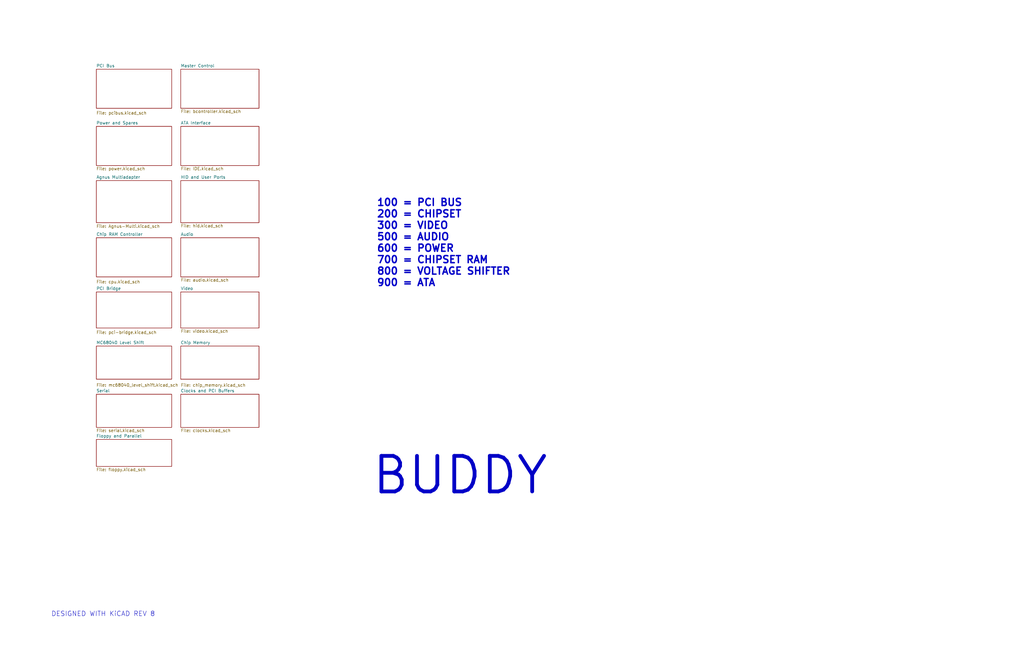
<source format=kicad_sch>
(kicad_sch
	(version 20231120)
	(generator "eeschema")
	(generator_version "8.0")
	(uuid "72453515-27fe-4336-91f3-e3c8054f7767")
	(paper "USLedger")
	(title_block
		(title "AMIGA PCI")
		(date "2025-07-11")
		(rev "6.0")
	)
	(lib_symbols)
	(text "100 = PCI BUS\n200 = CHIPSET\n300 = VIDEO\n500 = AUDIO\n600 = POWER\n700 = CHIPSET RAM\n800 = VOLTAGE SHIFTER\n900 = ATA"
		(exclude_from_sim no)
		(at 158.75 121.158 0)
		(effects
			(font
				(size 3 3)
				(bold yes)
			)
			(justify left bottom)
		)
		(uuid "03d6913e-0783-4f08-bd37-f7010da4e748")
	)
	(text "DESIGNED WITH KiCAD REV 8"
		(exclude_from_sim no)
		(at 21.59 260.35 0)
		(effects
			(font
				(size 2 2)
			)
			(justify left bottom)
		)
		(uuid "15edd3ae-2f36-4266-b83b-a51bfc978075")
	)
	(text "BUDDY"
		(exclude_from_sim no)
		(at 156.21 209.55 0)
		(effects
			(font
				(size 15 15)
				(thickness 1.6)
				(bold yes)
			)
			(justify left bottom)
		)
		(uuid "82c564f8-ce35-4e3e-8545-a15c252dc228")
	)
	(sheet
		(at 40.64 100.33)
		(size 31.75 16.51)
		(fields_autoplaced yes)
		(stroke
			(width 0.1524)
			(type solid)
		)
		(fill
			(color 0 0 0 0.0000)
		)
		(uuid "14024e2c-eaac-4547-8875-4a8ac58b1720")
		(property "Sheetname" "Chip RAM Controller"
			(at 40.64 99.6184 0)
			(effects
				(font
					(size 1.27 1.27)
				)
				(justify left bottom)
			)
		)
		(property "Sheetfile" "cpu.kicad_sch"
			(at 40.64 118.1866 0)
			(effects
				(font
					(size 1.27 1.27)
				)
				(justify left top)
			)
		)
		(instances
			(project "AmigaPCI Mainboard"
				(path "/72453515-27fe-4336-91f3-e3c8054f7767"
					(page "13")
				)
			)
		)
	)
	(sheet
		(at 40.64 76.2)
		(size 31.75 17.78)
		(stroke
			(width 0.1524)
			(type solid)
		)
		(fill
			(color 0 0 0 0.0000)
		)
		(uuid "2b6a6f7b-f16f-448f-a082-ded618631c29")
		(property "Sheetname" "Agnus Multiadapter"
			(at 40.64 75.4884 0)
			(effects
				(font
					(size 1.27 1.27)
				)
				(justify left bottom)
			)
		)
		(property "Sheetfile" "Agnus-Multi.kicad_sch"
			(at 40.64 94.742 0)
			(effects
				(font
					(size 1.27 1.27)
				)
				(justify left top)
			)
		)
		(instances
			(project "AmigaPCI Mainboard"
				(path "/72453515-27fe-4336-91f3-e3c8054f7767"
					(page "6")
				)
			)
		)
	)
	(sheet
		(at 76.2 123.19)
		(size 33.02 15.24)
		(fields_autoplaced yes)
		(stroke
			(width 0.1524)
			(type solid)
		)
		(fill
			(color 0 0 0 0.0000)
		)
		(uuid "34f2eda3-97b6-4f91-ad2d-01637d6f5405")
		(property "Sheetname" "Video"
			(at 76.2 122.4784 0)
			(effects
				(font
					(size 1.27 1.27)
				)
				(justify left bottom)
			)
		)
		(property "Sheetfile" "video.kicad_sch"
			(at 76.2 139.0146 0)
			(effects
				(font
					(size 1.27 1.27)
				)
				(justify left top)
			)
		)
		(instances
			(project "AmigaPCI Mainboard"
				(path "/72453515-27fe-4336-91f3-e3c8054f7767"
					(page "8")
				)
			)
		)
	)
	(sheet
		(at 40.64 146.05)
		(size 31.75 13.97)
		(fields_autoplaced yes)
		(stroke
			(width 0.1524)
			(type solid)
		)
		(fill
			(color 0 0 0 0.0000)
		)
		(uuid "3746f476-970c-4acb-b19d-33c43fff35fb")
		(property "Sheetname" "MC68040 Level Shift"
			(at 40.64 145.3384 0)
			(effects
				(font
					(size 1.27 1.27)
				)
				(justify left bottom)
			)
		)
		(property "Sheetfile" "mc68040_level_shift.kicad_sch"
			(at 40.64 161.7476 0)
			(effects
				(font
					(size 1.27 1.27)
				)
				(justify left top)
			)
		)
		(instances
			(project "AmigaPCI Mainboard"
				(path "/72453515-27fe-4336-91f3-e3c8054f7767"
					(page "17")
				)
			)
		)
	)
	(sheet
		(at 40.64 53.34)
		(size 31.75 16.51)
		(fields_autoplaced yes)
		(stroke
			(width 0.1524)
			(type solid)
		)
		(fill
			(color 0 0 0 0.0000)
		)
		(uuid "4cb777ef-2899-49f4-b38f-a0c07d84fa7d")
		(property "Sheetname" "Power and Spares"
			(at 40.64 52.6284 0)
			(effects
				(font
					(size 1.27 1.27)
				)
				(justify left bottom)
			)
		)
		(property "Sheetfile" "power.kicad_sch"
			(at 40.64 70.4296 0)
			(effects
				(font
					(size 1.27 1.27)
				)
				(justify left top)
			)
		)
		(instances
			(project "AmigaPCI Mainboard"
				(path "/72453515-27fe-4336-91f3-e3c8054f7767"
					(page "3")
				)
			)
		)
	)
	(sheet
		(at 76.2 76.2)
		(size 33.02 17.78)
		(fields_autoplaced yes)
		(stroke
			(width 0.1524)
			(type solid)
		)
		(fill
			(color 0 0 0 0.0000)
		)
		(uuid "60b2ee65-4978-4bd8-934d-67b9c15d34cc")
		(property "Sheetname" "HID and User Ports"
			(at 76.2 75.4884 0)
			(effects
				(font
					(size 1.27 1.27)
				)
				(justify left bottom)
			)
		)
		(property "Sheetfile" "hid.kicad_sch"
			(at 76.2 94.5646 0)
			(effects
				(font
					(size 1.27 1.27)
				)
				(justify left top)
			)
		)
		(instances
			(project "AmigaPCI Mainboard"
				(path "/72453515-27fe-4336-91f3-e3c8054f7767"
					(page "15")
				)
			)
		)
	)
	(sheet
		(at 76.2 29.21)
		(size 33.02 16.51)
		(fields_autoplaced yes)
		(stroke
			(width 0.1524)
			(type solid)
		)
		(fill
			(color 0 0 0 0.0000)
		)
		(uuid "62a07d55-3759-49a3-8a3f-631cb4902a24")
		(property "Sheetname" "Master Control"
			(at 76.2 28.4984 0)
			(effects
				(font
					(size 1.27 1.27)
				)
				(justify left bottom)
			)
		)
		(property "Sheetfile" "bcontroller.kicad_sch"
			(at 76.2 46.2846 0)
			(effects
				(font
					(size 1.27 1.27)
				)
				(justify left top)
			)
		)
		(instances
			(project "AmigaPCI Mainboard"
				(path "/72453515-27fe-4336-91f3-e3c8054f7767"
					(page "5")
				)
			)
		)
	)
	(sheet
		(at 40.64 185.42)
		(size 31.75 11.43)
		(fields_autoplaced yes)
		(stroke
			(width 0.1524)
			(type solid)
		)
		(fill
			(color 0 0 0 0.0000)
		)
		(uuid "64185471-b9ae-4a50-a046-7157e86a04d0")
		(property "Sheetname" "Floppy and Parallel"
			(at 40.64 184.7084 0)
			(effects
				(font
					(size 1.27 1.27)
				)
				(justify left bottom)
			)
		)
		(property "Sheetfile" "floppy.kicad_sch"
			(at 40.64 197.4346 0)
			(effects
				(font
					(size 1.27 1.27)
				)
				(justify left top)
			)
		)
		(instances
			(project "AmigaPCI Mainboard"
				(path "/72453515-27fe-4336-91f3-e3c8054f7767"
					(page "10")
				)
			)
		)
	)
	(sheet
		(at 40.64 166.37)
		(size 31.75 13.97)
		(fields_autoplaced yes)
		(stroke
			(width 0.1524)
			(type solid)
		)
		(fill
			(color 0 0 0 0.0000)
		)
		(uuid "70231775-58c2-469a-996a-fc3c3a4a8de1")
		(property "Sheetname" "Serial"
			(at 40.64 165.6584 0)
			(effects
				(font
					(size 1.27 1.27)
				)
				(justify left bottom)
			)
		)
		(property "Sheetfile" "serial.kicad_sch"
			(at 40.64 180.9246 0)
			(effects
				(font
					(size 1.27 1.27)
				)
				(justify left top)
			)
		)
		(instances
			(project "AmigaPCI Mainboard"
				(path "/72453515-27fe-4336-91f3-e3c8054f7767"
					(page "11")
				)
			)
		)
	)
	(sheet
		(at 76.2 100.33)
		(size 33.02 16.51)
		(fields_autoplaced yes)
		(stroke
			(width 0.1524)
			(type solid)
		)
		(fill
			(color 0 0 0 0.0000)
		)
		(uuid "71ea5834-c2f1-44b0-9a09-0538600b01fd")
		(property "Sheetname" "Audio"
			(at 76.2 99.6184 0)
			(effects
				(font
					(size 1.27 1.27)
				)
				(justify left bottom)
			)
		)
		(property "Sheetfile" "audio.kicad_sch"
			(at 76.2 117.4246 0)
			(effects
				(font
					(size 1.27 1.27)
				)
				(justify left top)
			)
		)
		(instances
			(project "AmigaPCI Mainboard"
				(path "/72453515-27fe-4336-91f3-e3c8054f7767"
					(page "9")
				)
			)
		)
	)
	(sheet
		(at 76.2 53.34)
		(size 33.02 16.51)
		(fields_autoplaced yes)
		(stroke
			(width 0.1524)
			(type solid)
		)
		(fill
			(color 0 0 0 0.0000)
		)
		(uuid "7a35a97e-5686-44dd-976e-0306b0eb5ef2")
		(property "Sheetname" "ATA Interface"
			(at 76.2 52.6284 0)
			(effects
				(font
					(size 1.27 1.27)
				)
				(justify left bottom)
			)
		)
		(property "Sheetfile" "IDE.kicad_sch"
			(at 76.2 70.4346 0)
			(effects
				(font
					(size 1.27 1.27)
				)
				(justify left top)
			)
		)
		(instances
			(project "AmigaPCI Mainboard"
				(path "/72453515-27fe-4336-91f3-e3c8054f7767"
					(page "12")
				)
			)
		)
	)
	(sheet
		(at 40.64 29.21)
		(size 31.75 16.51)
		(fields_autoplaced yes)
		(stroke
			(width 0.1524)
			(type solid)
		)
		(fill
			(color 0 0 0 0.0000)
		)
		(uuid "c23015fc-f40a-4f75-aa79-1dfe37c2fc2e")
		(property "Sheetname" "PCI Bus"
			(at 40.64 28.4984 0)
			(effects
				(font
					(size 1.27 1.27)
				)
				(justify left bottom)
			)
		)
		(property "Sheetfile" "pcibus.kicad_sch"
			(at 40.64 46.9396 0)
			(effects
				(font
					(size 1.27 1.27)
				)
				(justify left top)
			)
		)
		(instances
			(project "AmigaPCI Mainboard"
				(path "/72453515-27fe-4336-91f3-e3c8054f7767"
					(page "2")
				)
			)
		)
	)
	(sheet
		(at 40.64 123.19)
		(size 31.75 15.24)
		(fields_autoplaced yes)
		(stroke
			(width 0.1524)
			(type solid)
		)
		(fill
			(color 0 0 0 0.0000)
		)
		(uuid "c71cba2c-aa10-44ea-a37d-abe4b67b6d89")
		(property "Sheetname" "PCI Bridge"
			(at 40.64 122.4784 0)
			(effects
				(font
					(size 1.27 1.27)
				)
				(justify left bottom)
			)
		)
		(property "Sheetfile" "pci-bridge.kicad_sch"
			(at 40.64 139.5226 0)
			(effects
				(font
					(size 1.27 1.27)
				)
				(justify left top)
			)
		)
		(instances
			(project "AmigaPCI Mainboard"
				(path "/72453515-27fe-4336-91f3-e3c8054f7767"
					(page "16")
				)
			)
		)
	)
	(sheet
		(at 76.2 166.37)
		(size 33.02 13.97)
		(fields_autoplaced yes)
		(stroke
			(width 0.1524)
			(type solid)
		)
		(fill
			(color 0 0 0 0.0000)
		)
		(uuid "d671396a-959f-409b-8612-87cb620c51cb")
		(property "Sheetname" "Clocks and PCI Buffers"
			(at 76.2 165.6584 0)
			(effects
				(font
					(size 1.27 1.27)
				)
				(justify left bottom)
			)
		)
		(property "Sheetfile" "clocks.kicad_sch"
			(at 76.2 180.9246 0)
			(effects
				(font
					(size 1.27 1.27)
				)
				(justify left top)
			)
		)
		(instances
			(project "AmigaPCI Mainboard"
				(path "/72453515-27fe-4336-91f3-e3c8054f7767"
					(page "7")
				)
			)
		)
	)
	(sheet
		(at 76.2 146.05)
		(size 33.02 13.97)
		(stroke
			(width 0.1524)
			(type solid)
		)
		(fill
			(color 0 0 0 0.0000)
		)
		(uuid "f63de3eb-8614-4bac-88f2-650f5bad2338")
		(property "Sheetname" "Chip Memory"
			(at 76.2 145.3384 0)
			(effects
				(font
					(size 1.27 1.27)
				)
				(justify left bottom)
			)
		)
		(property "Sheetfile" "chip_memory.kicad_sch"
			(at 76.2 161.798 0)
			(effects
				(font
					(size 1.27 1.27)
				)
				(justify left top)
			)
		)
		(instances
			(project "AmigaPCI Mainboard"
				(path "/72453515-27fe-4336-91f3-e3c8054f7767"
					(page "14")
				)
			)
		)
	)
	(sheet_instances
		(path "/"
			(page "1")
		)
	)
)

</source>
